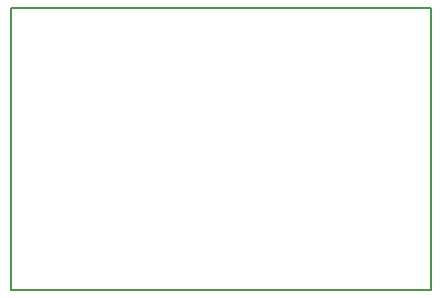
<source format=gbr>
G04 #@! TF.FileFunction,Profile,NP*
%FSLAX46Y46*%
G04 Gerber Fmt 4.6, Leading zero omitted, Abs format (unit mm)*
G04 Created by KiCad (PCBNEW 4.0.7-e2-6376~58~ubuntu16.04.1) date Thu Jan 11 09:51:09 2018*
%MOMM*%
%LPD*%
G01*
G04 APERTURE LIST*
%ADD10C,0.100000*%
%ADD11C,0.150000*%
G04 APERTURE END LIST*
D10*
D11*
X101346000Y-67310000D02*
X101346000Y-67310000D01*
X101346000Y-91186000D02*
X101346000Y-67310000D01*
X136906000Y-91186000D02*
X101346000Y-91186000D01*
X136906000Y-67310000D02*
X136906000Y-91186000D01*
X101346000Y-67310000D02*
X136906000Y-67310000D01*
M02*

</source>
